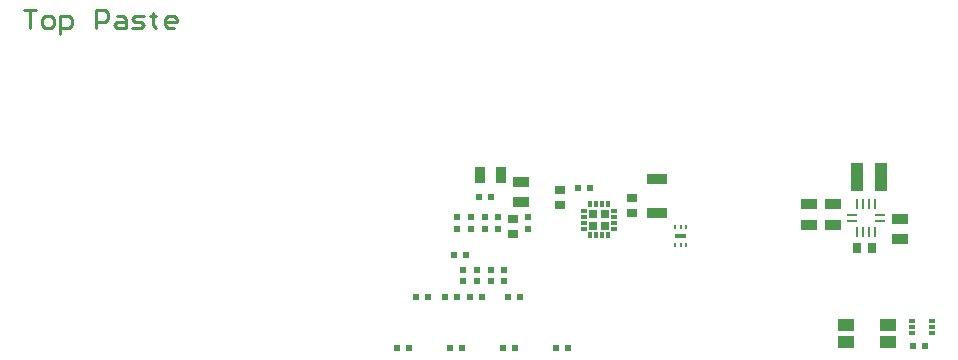
<source format=gtp>
G04 Layer_Color=8421504*
%FSLAX44Y44*%
%MOMM*%
G71*
G01*
G75*
%ADD11R,0.3000X0.5000*%
%ADD12R,0.5000X0.3000*%
%ADD14R,0.2700X0.8600*%
%ADD15R,0.8600X0.2700*%
%ADD17R,0.5000X0.6000*%
%ADD18R,0.8500X1.4000*%
%ADD19R,1.0500X2.4000*%
%ADD20R,1.4000X1.0500*%
%ADD21R,1.8000X0.9000*%
%ADD22R,0.6000X0.5000*%
%ADD23R,0.2500X0.4000*%
%ADD25R,0.9000X0.8000*%
%ADD26R,0.8000X0.9000*%
%ADD27R,1.4000X0.8500*%
%ADD34C,0.2540*%
%ADD78R,0.8000X0.8000*%
G36*
X259588Y110686D02*
X250952D01*
Y113848D01*
X259588D01*
Y110686D01*
D02*
G37*
D11*
X178770Y139000D02*
D03*
X183770D02*
D03*
X188770D02*
D03*
X193770D02*
D03*
Y113000D02*
D03*
X188770D02*
D03*
X183770D02*
D03*
X178770D02*
D03*
D12*
X199270Y133500D02*
D03*
Y128500D02*
D03*
Y123500D02*
D03*
Y118500D02*
D03*
X173270D02*
D03*
Y123500D02*
D03*
Y128500D02*
D03*
Y133500D02*
D03*
X468500Y30000D02*
D03*
Y35000D02*
D03*
Y40000D02*
D03*
X451500Y30000D02*
D03*
Y35000D02*
D03*
Y40000D02*
D03*
D14*
X419750Y115400D02*
D03*
X414750D02*
D03*
X409750D02*
D03*
X404750D02*
D03*
Y139100D02*
D03*
X409750D02*
D03*
X414750D02*
D03*
X419750D02*
D03*
D15*
X424100Y129750D02*
D03*
Y124750D02*
D03*
X400400D02*
D03*
Y129750D02*
D03*
D17*
X15000Y17500D02*
D03*
X25000D02*
D03*
X119554Y60198D02*
D03*
X109554D02*
D03*
X150000Y17500D02*
D03*
X160000D02*
D03*
X105000D02*
D03*
X115000D02*
D03*
X60000D02*
D03*
X70000D02*
D03*
X178736Y152908D02*
D03*
X168736D02*
D03*
X462200Y19304D02*
D03*
X452200D02*
D03*
X76788Y60198D02*
D03*
X86788D02*
D03*
X66214D02*
D03*
X56214D02*
D03*
X31068D02*
D03*
X41068D02*
D03*
X84408Y145542D02*
D03*
X94408D02*
D03*
X73326Y96012D02*
D03*
X63326D02*
D03*
D18*
X85484Y163830D02*
D03*
X102984D02*
D03*
D19*
X404250Y162500D02*
D03*
X425250D02*
D03*
D20*
X431000Y22750D02*
D03*
Y37250D02*
D03*
X395000Y22750D02*
D03*
Y37250D02*
D03*
D21*
X235000Y160500D02*
D03*
Y131500D02*
D03*
D22*
X126492Y118444D02*
D03*
Y128444D02*
D03*
X94488Y73740D02*
D03*
Y83740D02*
D03*
X106172Y73740D02*
D03*
Y83740D02*
D03*
X66040Y128444D02*
D03*
Y118444D02*
D03*
X71120Y83740D02*
D03*
Y73740D02*
D03*
X82804D02*
D03*
Y83740D02*
D03*
X101092Y128444D02*
D03*
Y118444D02*
D03*
X89408Y128444D02*
D03*
Y118444D02*
D03*
X77724Y128444D02*
D03*
Y118444D02*
D03*
D23*
X250270Y105018D02*
D03*
X255270D02*
D03*
X260270D02*
D03*
Y119518D02*
D03*
X255270D02*
D03*
X250270D02*
D03*
D25*
X153162Y138534D02*
D03*
Y151534D02*
D03*
X214000Y131500D02*
D03*
Y144500D02*
D03*
X113792Y126896D02*
D03*
Y113896D02*
D03*
D26*
X404472Y101854D02*
D03*
X417472D02*
D03*
D27*
X384500Y121604D02*
D03*
Y139104D02*
D03*
X364250Y121604D02*
D03*
Y139104D02*
D03*
X440750Y109500D02*
D03*
Y127000D02*
D03*
X119888Y158102D02*
D03*
Y140602D02*
D03*
D34*
X-300330Y303651D02*
X-290173D01*
X-295252D01*
Y288416D01*
X-282556D02*
X-277477D01*
X-274938Y290955D01*
Y296034D01*
X-277477Y298573D01*
X-282556D01*
X-285095Y296034D01*
Y290955D01*
X-282556Y288416D01*
X-269860Y283338D02*
Y298573D01*
X-262242D01*
X-259703Y296034D01*
Y290955D01*
X-262242Y288416D01*
X-269860D01*
X-239390D02*
Y303651D01*
X-231772D01*
X-229233Y301112D01*
Y296034D01*
X-231772Y293494D01*
X-239390D01*
X-221615Y298573D02*
X-216537D01*
X-213998Y296034D01*
Y288416D01*
X-221615D01*
X-224154Y290955D01*
X-221615Y293494D01*
X-213998D01*
X-208920Y288416D02*
X-201302D01*
X-198763Y290955D01*
X-201302Y293494D01*
X-206380D01*
X-208920Y296034D01*
X-206380Y298573D01*
X-198763D01*
X-191145Y301112D02*
Y298573D01*
X-193684D01*
X-188606D01*
X-191145D01*
Y290955D01*
X-188606Y288416D01*
X-173371D02*
X-178449D01*
X-180989Y290955D01*
Y296034D01*
X-178449Y298573D01*
X-173371D01*
X-170832Y296034D01*
Y293494D01*
X-180989D01*
D78*
X191270Y121000D02*
D03*
Y131000D02*
D03*
X181270Y121000D02*
D03*
Y131000D02*
D03*
M02*

</source>
